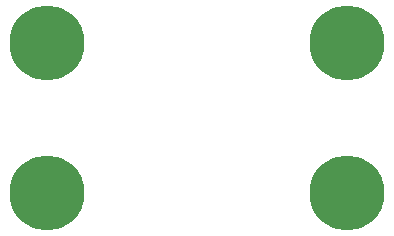
<source format=gbs>
%FSLAX24Y24*%
%MOIN*%
%ADD10C,0.25*%
%ADD11C,0.25*%
%LPD*%
D10*
X2500Y2500D03*
Y7500D03*
D11*
X12500Y2500D03*
Y7500D03*
M02*

</source>
